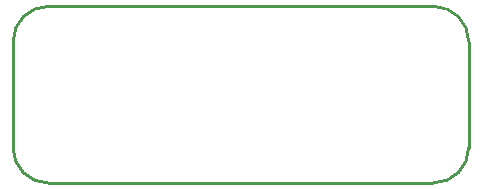
<source format=gbr>
%TF.GenerationSoftware,Altium Limited,Altium Designer,20.0.10 (225)*%
G04 Layer_Color=16711935*
%FSLAX26Y26*%
%MOIN*%
%TF.FileFunction,Other,Mechanical_1*%
%TF.Part,Single*%
G01*
G75*
%TA.AperFunction,NonConductor*%
%ADD22C,0.010000*%
D22*
X1653543Y3188976D02*
G03*
X1771653Y3070866I118110J0D01*
G01*
X3054724D02*
G03*
X3172835Y3188976I0J118110D01*
G01*
Y3541890D02*
G03*
X3054724Y3660000I-118110J0D01*
G01*
X1771653D02*
G03*
X1653543Y3541890I0J-118110D01*
G01*
X3172835Y3188976D02*
Y3541890D01*
X1771653Y3070866D02*
X3054724D01*
X1771653Y3660000D02*
X3054724D01*
X1653543Y3188976D02*
Y3541890D01*
%TF.MD5,f68118f51a33733d82251215342eec4c*%
M02*

</source>
